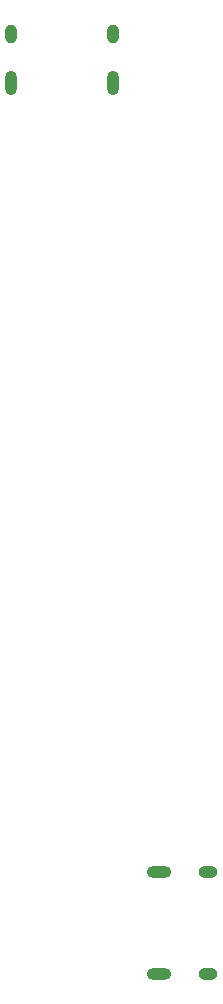
<source format=gbl>
%TF.GenerationSoftware,KiCad,Pcbnew,(6.0.4)*%
%TF.CreationDate,2022-05-27T00:32:28-07:00*%
%TF.ProjectId,bot_L,626f745f-4c2e-46b6-9963-61645f706362,rev?*%
%TF.SameCoordinates,Original*%
%TF.FileFunction,Copper,L2,Bot*%
%TF.FilePolarity,Positive*%
%FSLAX46Y46*%
G04 Gerber Fmt 4.6, Leading zero omitted, Abs format (unit mm)*
G04 Created by KiCad (PCBNEW (6.0.4)) date 2022-05-27 00:32:28*
%MOMM*%
%LPD*%
G01*
G04 APERTURE LIST*
%TA.AperFunction,ComponentPad*%
%ADD10O,1.600000X1.000000*%
%TD*%
%TA.AperFunction,ComponentPad*%
%ADD11O,2.100000X1.000000*%
%TD*%
%TA.AperFunction,ComponentPad*%
%ADD12O,1.000000X2.100000*%
%TD*%
%TA.AperFunction,ComponentPad*%
%ADD13O,1.000000X1.600000*%
%TD*%
G04 APERTURE END LIST*
D10*
%TO.P,J1,S1,SHIELD*%
%TO.N,Net-(J1-PadS1)*%
X287347038Y-166094520D03*
X287347038Y-157454520D03*
D11*
X283167038Y-157454520D03*
X283167038Y-166094520D03*
%TD*%
D12*
%TO.P,J1,S1,SHIELD*%
%TO.N,Net-(J1-PadS1)*%
X270680000Y-90630000D03*
D13*
X279320000Y-86450000D03*
X270680000Y-86450000D03*
D12*
X279320000Y-90630000D03*
%TD*%
M02*

</source>
